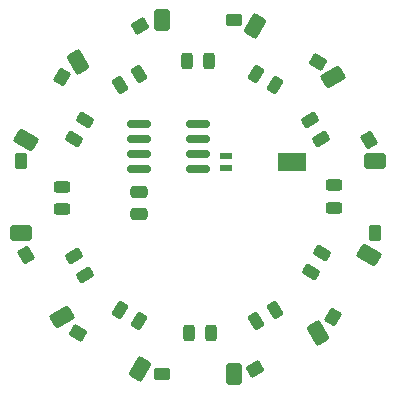
<source format=gbr>
%TF.GenerationSoftware,KiCad,Pcbnew,9.0.0*%
%TF.CreationDate,2025-03-16T18:04:45+02:00*%
%TF.ProjectId,LumiTimeV2,4c756d69-5469-46d6-9556-322e6b696361,rev?*%
%TF.SameCoordinates,Original*%
%TF.FileFunction,Paste,Top*%
%TF.FilePolarity,Positive*%
%FSLAX46Y46*%
G04 Gerber Fmt 4.6, Leading zero omitted, Abs format (unit mm)*
G04 Created by KiCad (PCBNEW 9.0.0) date 2025-03-16 18:04:45*
%MOMM*%
%LPD*%
G01*
G04 APERTURE LIST*
G04 Aperture macros list*
%AMRoundRect*
0 Rectangle with rounded corners*
0 $1 Rounding radius*
0 $2 $3 $4 $5 $6 $7 $8 $9 X,Y pos of 4 corners*
0 Add a 4 corners polygon primitive as box body*
4,1,4,$2,$3,$4,$5,$6,$7,$8,$9,$2,$3,0*
0 Add four circle primitives for the rounded corners*
1,1,$1+$1,$2,$3*
1,1,$1+$1,$4,$5*
1,1,$1+$1,$6,$7*
1,1,$1+$1,$8,$9*
0 Add four rect primitives between the rounded corners*
20,1,$1+$1,$2,$3,$4,$5,0*
20,1,$1+$1,$4,$5,$6,$7,0*
20,1,$1+$1,$6,$7,$8,$9,0*
20,1,$1+$1,$8,$9,$2,$3,0*%
G04 Aperture macros list end*
%ADD10RoundRect,0.162500X0.487500X0.787500X-0.487500X0.787500X-0.487500X-0.787500X0.487500X-0.787500X0*%
%ADD11RoundRect,0.137500X0.512500X0.412500X-0.512500X0.412500X-0.512500X-0.412500X0.512500X-0.412500X0*%
%ADD12RoundRect,0.243750X-0.516999X-0.017031X-0.273249X-0.439219X0.516999X0.017031X0.273249X0.439219X0*%
%ADD13RoundRect,0.150000X0.825000X0.150000X-0.825000X0.150000X-0.825000X-0.150000X0.825000X-0.150000X0*%
%ADD14RoundRect,0.243750X-0.017031X0.516999X-0.439219X0.273249X0.017031X-0.516999X0.439219X-0.273249X0*%
%ADD15RoundRect,0.243750X-0.439219X-0.273249X-0.017031X-0.516999X0.439219X0.273249X0.017031X0.516999X0*%
%ADD16RoundRect,0.162500X0.815937X0.438245X-0.028437X0.925745X-0.815937X-0.438245X0.028437X-0.925745X0*%
%ADD17RoundRect,0.137500X0.650088X0.100985X-0.237588X0.613485X-0.650088X-0.100985X0.237588X-0.613485X0*%
%ADD18RoundRect,0.162500X-0.925745X0.028437X-0.438245X-0.815937X0.925745X-0.028437X0.438245X0.815937X0*%
%ADD19RoundRect,0.137500X-0.613485X0.237588X-0.100985X-0.650088X0.613485X-0.237588X0.100985X0.650088X0*%
%ADD20RoundRect,0.162500X-0.815937X-0.438245X0.028437X-0.925745X0.815937X0.438245X-0.028437X0.925745X0*%
%ADD21RoundRect,0.137500X-0.650088X-0.100985X0.237588X-0.613485X0.650088X0.100985X-0.237588X0.613485X0*%
%ADD22RoundRect,0.243750X-0.456250X0.243750X-0.456250X-0.243750X0.456250X-0.243750X0.456250X0.243750X0*%
%ADD23RoundRect,0.243750X0.273249X-0.439219X0.516999X-0.017031X-0.273249X0.439219X-0.516999X0.017031X0*%
%ADD24RoundRect,0.243750X0.516999X0.017031X0.273249X0.439219X-0.516999X-0.017031X-0.273249X-0.439219X0*%
%ADD25RoundRect,0.162500X0.787500X-0.487500X0.787500X0.487500X-0.787500X0.487500X-0.787500X-0.487500X0*%
%ADD26RoundRect,0.137500X0.412500X-0.512500X0.412500X0.512500X-0.412500X0.512500X-0.412500X-0.512500X0*%
%ADD27RoundRect,0.243750X-0.273249X0.439219X-0.516999X0.017031X0.273249X-0.439219X0.516999X-0.017031X0*%
%ADD28RoundRect,0.243750X0.439219X0.273249X0.017031X0.516999X-0.439219X-0.273249X-0.017031X-0.516999X0*%
%ADD29RoundRect,0.162500X0.925745X-0.028437X0.438245X0.815937X-0.925745X0.028437X-0.438245X-0.815937X0*%
%ADD30RoundRect,0.137500X0.613485X-0.237588X0.100985X0.650088X-0.613485X0.237588X-0.100985X-0.650088X0*%
%ADD31R,1.100000X0.600000*%
%ADD32R,2.400000X1.500000*%
%ADD33RoundRect,0.250000X-0.475000X0.250000X-0.475000X-0.250000X0.475000X-0.250000X0.475000X0.250000X0*%
%ADD34RoundRect,0.243750X-0.243750X-0.456250X0.243750X-0.456250X0.243750X0.456250X-0.243750X0.456250X0*%
%ADD35RoundRect,0.243750X0.017031X-0.516999X0.439219X-0.273249X-0.017031X0.516999X-0.439219X0.273249X0*%
%ADD36RoundRect,0.162500X-0.438245X0.815937X-0.925745X-0.028437X0.438245X-0.815937X0.925745X0.028437X0*%
%ADD37RoundRect,0.137500X-0.100985X0.650088X-0.613485X-0.237588X0.100985X-0.650088X0.613485X0.237588X0*%
%ADD38RoundRect,0.162500X0.438245X-0.815937X0.925745X0.028437X-0.438245X0.815937X-0.925745X-0.028437X0*%
%ADD39RoundRect,0.137500X0.100985X-0.650088X0.613485X0.237588X-0.100985X0.650088X-0.613485X-0.237588X0*%
%ADD40RoundRect,0.162500X-0.028437X-0.925745X0.815937X-0.438245X0.028437X0.925745X-0.815937X0.438245X0*%
%ADD41RoundRect,0.137500X-0.237588X-0.613485X0.650088X-0.100985X0.237588X0.613485X-0.650088X0.100985X0*%
%ADD42RoundRect,0.162500X0.028437X0.925745X-0.815937X0.438245X-0.028437X-0.925745X0.815937X-0.438245X0*%
%ADD43RoundRect,0.137500X0.237588X0.613485X-0.650088X0.100985X-0.237588X-0.613485X0.650088X-0.100985X0*%
%ADD44RoundRect,0.162500X-0.787500X0.487500X-0.787500X-0.487500X0.787500X-0.487500X0.787500X0.487500X0*%
%ADD45RoundRect,0.137500X-0.412500X0.512500X-0.412500X-0.512500X0.412500X-0.512500X0.412500X0.512500X0*%
%ADD46RoundRect,0.162500X-0.487500X-0.787500X0.487500X-0.787500X0.487500X0.787500X-0.487500X0.787500X0*%
%ADD47RoundRect,0.137500X-0.512500X-0.412500X0.512500X-0.412500X0.512500X0.412500X-0.512500X0.412500X0*%
%ADD48RoundRect,0.243750X0.243750X0.456250X-0.243750X0.456250X-0.243750X-0.456250X0.243750X-0.456250X0*%
%ADD49RoundRect,0.243750X0.456250X-0.243750X0.456250X0.243750X-0.456250X0.243750X-0.456250X-0.243750X0*%
G04 APERTURE END LIST*
D10*
%TO.C,PV12*%
X146950000Y-85000000D03*
D11*
X153050000Y-85000000D03*
%TD*%
D12*
%TO.C,D2*%
X159500000Y-93438101D03*
X160437500Y-95061899D03*
%TD*%
D13*
%TO.C,U2*%
X149975000Y-97655000D03*
X149975000Y-96385000D03*
X149975000Y-95115000D03*
X149975000Y-93845000D03*
X145025000Y-93845000D03*
X145025000Y-95115000D03*
X145025000Y-96385000D03*
X145025000Y-97655000D03*
%TD*%
D14*
%TO.C,D5*%
X156561899Y-109531250D03*
X154938101Y-110468750D03*
%TD*%
D15*
%TO.C,D1*%
X154938101Y-89531250D03*
X156561899Y-90468750D03*
%TD*%
D16*
%TO.C,PV1*%
X154858622Y-85474999D03*
D17*
X160141378Y-88525001D03*
%TD*%
D18*
%TO.C,PV8*%
X138524999Y-110141377D03*
D19*
X135475001Y-104858623D03*
%TD*%
D20*
%TO.C,PV7*%
X145141377Y-114525000D03*
D21*
X139858623Y-111475000D03*
%TD*%
D22*
%TO.C,D3*%
X161500000Y-99000000D03*
X161500000Y-100875000D03*
%TD*%
D23*
%TO.C,D10*%
X139531250Y-95061899D03*
X140468750Y-93438101D03*
%TD*%
D24*
%TO.C,D8*%
X140468750Y-106561899D03*
X139531250Y-104938101D03*
%TD*%
D25*
%TO.C,PV3*%
X165000000Y-96950000D03*
D26*
X165000000Y-103050000D03*
%TD*%
D27*
%TO.C,D4*%
X160500000Y-104750000D03*
X159562500Y-106373798D03*
%TD*%
D28*
%TO.C,D7*%
X145061899Y-110468750D03*
X143438101Y-109531250D03*
%TD*%
D29*
%TO.C,PV2*%
X161474999Y-89858622D03*
D30*
X164525001Y-95141378D03*
%TD*%
D31*
%TO.C,Y1*%
X152375000Y-97500000D03*
X152375000Y-96500000D03*
D32*
X157975000Y-97000000D03*
%TD*%
D33*
%TO.C,C5*%
X145000000Y-99550000D03*
X145000000Y-101450000D03*
%TD*%
D34*
%TO.C,D12*%
X149062500Y-88500000D03*
X150937500Y-88500000D03*
%TD*%
D35*
%TO.C,D11*%
X143438101Y-90468750D03*
X145061899Y-89531250D03*
%TD*%
D36*
%TO.C,PV10*%
X135475000Y-95141377D03*
D37*
X138525000Y-89858623D03*
%TD*%
D38*
%TO.C,PV4*%
X164525000Y-104858623D03*
D39*
X161475000Y-110141377D03*
%TD*%
D40*
%TO.C,PV5*%
X160141377Y-111475000D03*
D41*
X154858623Y-114525000D03*
%TD*%
D42*
%TO.C,PV11*%
X139858623Y-88525000D03*
D43*
X145141377Y-85475000D03*
%TD*%
D44*
%TO.C,PV9*%
X135000000Y-103050000D03*
D45*
X135000000Y-96950000D03*
%TD*%
D46*
%TO.C,PV6*%
X153050000Y-115000000D03*
D47*
X146950000Y-115000000D03*
%TD*%
D48*
%TO.C,D6*%
X151125000Y-111500000D03*
X149250000Y-111500000D03*
%TD*%
D49*
%TO.C,D9*%
X138500000Y-101000000D03*
X138500000Y-99125000D03*
%TD*%
M02*

</source>
